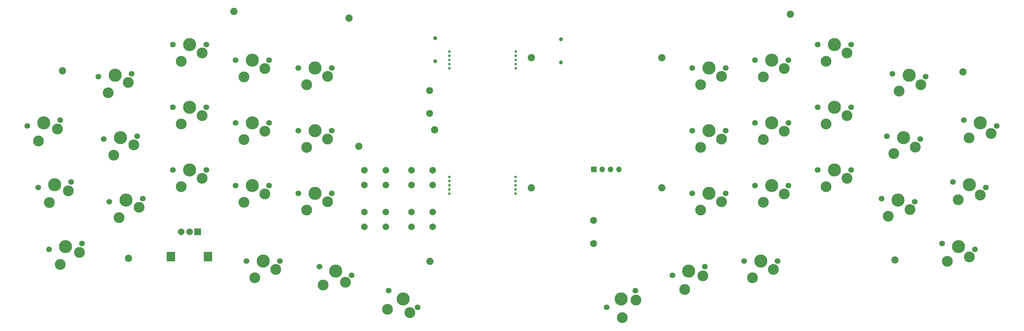
<source format=gbr>
%TF.GenerationSoftware,KiCad,Pcbnew,7.0.7-7.0.7~ubuntu22.04.1*%
%TF.CreationDate,2023-09-08T11:00:04+02:00*%
%TF.ProjectId,abomination,61626f6d-696e-4617-9469-6f6e2e6b6963,rev?*%
%TF.SameCoordinates,Original*%
%TF.FileFunction,Soldermask,Top*%
%TF.FilePolarity,Negative*%
%FSLAX46Y46*%
G04 Gerber Fmt 4.6, Leading zero omitted, Abs format (unit mm)*
G04 Created by KiCad (PCBNEW 7.0.7-7.0.7~ubuntu22.04.1) date 2023-09-08 11:00:04*
%MOMM*%
%LPD*%
G01*
G04 APERTURE LIST*
%ADD10C,2.200000*%
%ADD11C,1.750000*%
%ADD12C,3.987800*%
%ADD13C,3.300000*%
%ADD14C,0.787400*%
%ADD15C,2.000000*%
%ADD16C,1.200000*%
%ADD17C,2.100000*%
%ADD18R,1.700000X1.700000*%
%ADD19O,1.700000X1.700000*%
%ADD20R,2.000000X2.000000*%
%ADD21R,2.500000X3.000000*%
G04 APERTURE END LIST*
D10*
%TO.C,H15*%
X143645502Y-97664795D03*
%TD*%
D11*
%TO.C,SW3*%
X87115501Y-66727298D03*
D12*
X92195501Y-66727298D03*
D11*
X97275501Y-66727298D03*
D13*
X96005501Y-69267298D03*
X89655501Y-71807298D03*
%TD*%
D11*
%TO.C,SW1*%
X42928680Y-91463430D03*
D12*
X47931503Y-90581297D03*
D11*
X52934326Y-89699164D03*
D13*
X52124687Y-92421109D03*
X46312224Y-96025187D03*
%TD*%
D11*
%TO.C,SW10*%
X125215501Y-92902298D03*
D12*
X130295501Y-92902298D03*
D11*
X135375501Y-92902298D03*
D13*
X134105501Y-95442298D03*
X127755501Y-97982298D03*
%TD*%
D11*
%TO.C,SW29*%
X263965000Y-90526801D03*
D12*
X269045000Y-90526801D03*
D11*
X274125000Y-90526801D03*
D13*
X272855000Y-93066801D03*
X266505000Y-95606801D03*
%TD*%
D10*
%TO.C,H1*%
X53645499Y-74702298D03*
%TD*%
D14*
%TO.C,H10*%
X171100000Y-106990600D03*
X171100000Y-108260600D03*
X171100000Y-109530600D03*
X171100000Y-110800600D03*
X171100000Y-112070600D03*
%TD*%
D11*
%TO.C,SW13*%
X49544675Y-128984608D03*
D12*
X54547498Y-128102475D03*
D11*
X59550321Y-127220342D03*
D13*
X58740682Y-129942287D03*
X52928219Y-133546365D03*
%TD*%
D11*
%TO.C,SW9*%
X106165502Y-90527297D03*
D12*
X111245502Y-90527297D03*
D11*
X116325502Y-90527297D03*
D13*
X115055502Y-93067297D03*
X108705502Y-95607297D03*
%TD*%
D10*
%TO.C,H13*%
X196045504Y-70702300D03*
X196045504Y-110302300D03*
X235645504Y-70702300D03*
X235645504Y-110302300D03*
%TD*%
D11*
%TO.C,SW39*%
X238838100Y-136891601D03*
D12*
X243745003Y-135576800D03*
D11*
X248651906Y-134261999D03*
D13*
X248082581Y-137044151D03*
X242606352Y-141141104D03*
%TD*%
D11*
%TO.C,SW15*%
X87115502Y-104827298D03*
D12*
X92195502Y-104827298D03*
D11*
X97275502Y-104827298D03*
D13*
X96005502Y-107367298D03*
X89655502Y-109907298D03*
%TD*%
D11*
%TO.C,SW27*%
X327356181Y-89698669D03*
D12*
X332359004Y-90580802D03*
D11*
X337361827Y-91462935D03*
D13*
X335670055Y-93743813D03*
X328975460Y-95142559D03*
%TD*%
D10*
%TO.C,H2*%
X73645500Y-131702298D03*
%TD*%
%TO.C,H4*%
X306433001Y-132177302D03*
%TD*%
D11*
%TO.C,SW31*%
X303984018Y-94612560D03*
D12*
X309044687Y-95055311D03*
D11*
X314105356Y-95498062D03*
D13*
X312618813Y-97917709D03*
X306071601Y-99894604D03*
%TD*%
D10*
%TO.C,H3*%
X327070502Y-75027298D03*
%TD*%
D11*
%TO.C,SW24*%
X263965000Y-71476800D03*
D12*
X269045000Y-71476800D03*
D11*
X274125000Y-71476800D03*
D13*
X272855000Y-74016800D03*
X266505000Y-76556800D03*
%TD*%
D15*
%TO.C,SW19*%
X159579601Y-117634097D03*
X166079601Y-117634097D03*
X159579601Y-122134097D03*
X166079601Y-122134097D03*
%TD*%
D11*
%TO.C,SW8*%
X87115503Y-85777298D03*
D12*
X92195503Y-85777298D03*
D11*
X97275503Y-85777298D03*
D13*
X96005503Y-88317298D03*
X89655503Y-90857298D03*
%TD*%
D11*
%TO.C,SW40*%
X260665003Y-132576801D03*
D12*
X265745003Y-132576801D03*
D11*
X270825003Y-132576801D03*
D13*
X269555003Y-135116801D03*
X263205003Y-137656801D03*
%TD*%
D10*
%TO.C,H8*%
X274683002Y-57564800D03*
%TD*%
D16*
%TO.C,J1*%
X166808001Y-64802297D03*
X166808001Y-71802297D03*
%TD*%
D11*
%TO.C,SW28*%
X244915000Y-92901802D03*
D12*
X249995000Y-92901802D03*
D11*
X255075000Y-92901802D03*
D13*
X253805000Y-95441802D03*
X247455000Y-97981802D03*
%TD*%
D15*
%TO.C,SW11*%
X145293000Y-104934098D03*
X151793000Y-104934098D03*
X145293000Y-109434098D03*
X151793000Y-109434098D03*
%TD*%
D11*
%TO.C,SW36*%
X302323699Y-113590067D03*
D12*
X307384368Y-114032818D03*
D11*
X312445037Y-114475569D03*
D13*
X310958494Y-116895216D03*
X304411282Y-118872111D03*
%TD*%
D11*
%TO.C,SW32*%
X324048183Y-108459256D03*
D12*
X329051006Y-109341389D03*
D11*
X334053829Y-110223522D03*
D13*
X332362057Y-112504400D03*
X325667462Y-113903146D03*
%TD*%
D11*
%TO.C,SW21*%
X131638597Y-134262498D03*
D12*
X136545500Y-135577299D03*
D11*
X141452403Y-136892100D03*
D13*
X139568277Y-139016851D03*
X132777248Y-139826802D03*
%TD*%
D11*
%TO.C,SW2*%
X64524832Y-76521050D03*
D12*
X69585501Y-76078299D03*
D11*
X74646170Y-75635548D03*
D13*
X73602378Y-78276570D03*
X67497918Y-81360344D03*
%TD*%
D11*
%TO.C,SW38*%
X218845592Y-146616801D03*
D12*
X223245001Y-144076801D03*
D11*
X227644410Y-141536801D03*
D13*
X227814558Y-144371506D03*
X223585296Y-149746210D03*
%TD*%
D14*
%TO.C,H11*%
X191246000Y-73940000D03*
X191246000Y-72670000D03*
X191246000Y-71400000D03*
X191246000Y-70130000D03*
X191246000Y-68860000D03*
%TD*%
D11*
%TO.C,SW16*%
X106165502Y-109577298D03*
D12*
X111245502Y-109577298D03*
D11*
X116325502Y-109577298D03*
D13*
X115055502Y-112117298D03*
X108705502Y-114657298D03*
%TD*%
D10*
%TO.C,H5*%
X105645501Y-56702298D03*
%TD*%
%TO.C,H9*%
X140645501Y-58702299D03*
%TD*%
D11*
%TO.C,SW17*%
X125215501Y-111952298D03*
D12*
X130295501Y-111952298D03*
D11*
X135375501Y-111952298D03*
D13*
X134105501Y-114492298D03*
X127755501Y-117032298D03*
%TD*%
D11*
%TO.C,SW35*%
X283015000Y-104826801D03*
D12*
X288095000Y-104826801D03*
D11*
X293175000Y-104826801D03*
D13*
X291905000Y-107366801D03*
X285555000Y-109906801D03*
%TD*%
D11*
%TO.C,SW23*%
X244915000Y-73851800D03*
D12*
X249995000Y-73851800D03*
D11*
X255075000Y-73851800D03*
D13*
X253805000Y-76391800D03*
X247455000Y-78931800D03*
%TD*%
D17*
%TO.C,R_RST1*%
X214895502Y-127202300D03*
X214895502Y-120202300D03*
%TD*%
D18*
%TO.C,J3*%
X214993003Y-104702300D03*
D19*
X217533003Y-104702300D03*
X220073003Y-104702300D03*
X222613003Y-104702300D03*
%TD*%
D16*
%TO.C,J2*%
X204983502Y-65134801D03*
X204983502Y-72134801D03*
%TD*%
D11*
%TO.C,SW20*%
X109465502Y-132577297D03*
D12*
X114545502Y-132577297D03*
D11*
X119625502Y-132577297D03*
D13*
X118355502Y-135117297D03*
X112005502Y-137657297D03*
%TD*%
D17*
%TO.C,L_RST1*%
X165145501Y-80702298D03*
X165145501Y-87702298D03*
%TD*%
D11*
%TO.C,SW22*%
X152646092Y-141537299D03*
D12*
X157045501Y-144077299D03*
D11*
X161444910Y-146617299D03*
D13*
X159075058Y-148182004D03*
X152305796Y-147206708D03*
%TD*%
D11*
%TO.C,SW33*%
X244915003Y-111951802D03*
D12*
X249995003Y-111951802D03*
D11*
X255075003Y-111951802D03*
D13*
X253805003Y-114491802D03*
X247455003Y-117031802D03*
%TD*%
D11*
%TO.C,SW7*%
X66185150Y-95498559D03*
D12*
X71245819Y-95055808D03*
D11*
X76306488Y-94613057D03*
D13*
X75262696Y-97254079D03*
X69158236Y-100337853D03*
%TD*%
D11*
%TO.C,SW26*%
X305644335Y-75635050D03*
D12*
X310705004Y-76077801D03*
D11*
X315765673Y-76520552D03*
D13*
X314279130Y-78940199D03*
X307731918Y-80917094D03*
%TD*%
D10*
%TO.C,H6*%
X165220503Y-132589798D03*
%TD*%
D11*
%TO.C,SW5*%
X125215503Y-73852298D03*
D12*
X130295503Y-73852298D03*
D11*
X135375503Y-73852298D03*
D13*
X134105503Y-76392298D03*
X127755503Y-78932298D03*
%TD*%
D15*
%TO.C,SW18*%
X145293000Y-117634098D03*
X151793000Y-117634098D03*
X145293000Y-122134098D03*
X151793000Y-122134098D03*
%TD*%
D11*
%TO.C,SW34*%
X263965002Y-109576801D03*
D12*
X269045002Y-109576801D03*
D11*
X274125002Y-109576801D03*
D13*
X272855002Y-112116801D03*
X266505002Y-114656801D03*
%TD*%
D14*
%TO.C,H7*%
X171100000Y-68830000D03*
X171100000Y-70100000D03*
X171100000Y-71370000D03*
X171100000Y-72640000D03*
X171100000Y-73910000D03*
%TD*%
D11*
%TO.C,SW37*%
X320740185Y-127219845D03*
D12*
X325743008Y-128101978D03*
D11*
X330745831Y-128984111D03*
D13*
X329054059Y-131264989D03*
X322359464Y-132663735D03*
%TD*%
D20*
%TO.C,L_ROT1*%
X94690302Y-123651398D03*
D15*
X89690302Y-123651398D03*
X92190302Y-123651398D03*
D21*
X97790302Y-131151398D03*
X86590302Y-131151398D03*
%TD*%
D11*
%TO.C,SW25*%
X283015002Y-66726800D03*
D12*
X288095002Y-66726800D03*
D11*
X293175002Y-66726800D03*
D13*
X291905002Y-69266800D03*
X285555002Y-71806800D03*
%TD*%
D11*
%TO.C,SW30*%
X283015000Y-85776800D03*
D12*
X288095000Y-85776800D03*
D11*
X293175000Y-85776800D03*
D13*
X291905000Y-88316800D03*
X285555000Y-90856800D03*
%TD*%
D10*
%TO.C,H14*%
X166645502Y-92702299D03*
%TD*%
D14*
%TO.C,H12*%
X191200000Y-112010000D03*
X191200000Y-110740000D03*
X191200000Y-109470000D03*
X191200000Y-108200000D03*
X191200000Y-106930000D03*
%TD*%
D11*
%TO.C,SW4*%
X106165500Y-71477299D03*
D12*
X111245500Y-71477299D03*
D11*
X116325500Y-71477299D03*
D13*
X115055500Y-74017299D03*
X108705500Y-76557299D03*
%TD*%
D15*
%TO.C,SW12*%
X159579600Y-104934097D03*
X166079600Y-104934097D03*
X159579600Y-109434097D03*
X166079600Y-109434097D03*
%TD*%
D11*
%TO.C,SW14*%
X67845468Y-114476068D03*
D12*
X72906137Y-114033317D03*
D11*
X77966806Y-113590566D03*
D13*
X76923014Y-116231588D03*
X70818554Y-119315362D03*
%TD*%
D11*
%TO.C,SW6*%
X46236677Y-110224019D03*
D12*
X51239500Y-109341886D03*
D11*
X56242323Y-108459753D03*
D13*
X55432684Y-111181698D03*
X49620221Y-114785776D03*
%TD*%
M02*

</source>
